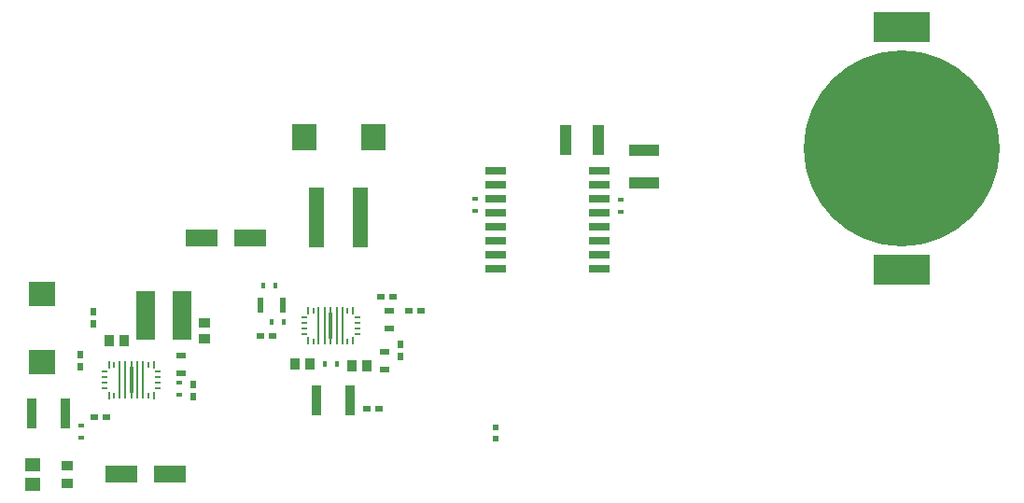
<source format=gtp>
G04 #@! TF.GenerationSoftware,KiCad,Pcbnew,6.0.2+dfsg-1*
G04 #@! TF.CreationDate,2024-03-01T17:34:32+01:00*
G04 #@! TF.ProjectId,controller_pcb,636f6e74-726f-46c6-9c65-725f7063622e,v01*
G04 #@! TF.SameCoordinates,Original*
G04 #@! TF.FileFunction,Paste,Top*
G04 #@! TF.FilePolarity,Positive*
%FSLAX46Y46*%
G04 Gerber Fmt 4.6, Leading zero omitted, Abs format (unit mm)*
G04 Created by KiCad (PCBNEW 6.0.2+dfsg-1) date 2024-03-01 17:34:32*
%MOMM*%
%LPD*%
G01*
G04 APERTURE LIST*
%ADD10R,5.080000X2.790000*%
%ADD11C,17.780000*%
%ADD12R,1.000000X0.950000*%
%ADD13R,3.000000X1.600000*%
%ADD14R,0.600000X0.250000*%
%ADD15R,0.250000X0.650000*%
%ADD16R,0.250000X0.600000*%
%ADD17R,0.250000X3.400000*%
%ADD18R,0.330000X2.350000*%
%ADD19R,0.250000X0.525000*%
%ADD20R,0.990000X0.810000*%
%ADD21R,0.620000X0.420000*%
%ADD22R,0.810000X0.990000*%
%ADD23R,0.750000X0.600000*%
%ADD24R,0.420000X0.620000*%
%ADD25R,0.940000X0.540000*%
%ADD26R,0.920000X2.820000*%
%ADD27R,0.600000X0.750000*%
%ADD28R,2.450000X2.300000*%
%ADD29R,2.300000X2.450000*%
%ADD30R,1.925000X0.650000*%
%ADD31R,2.700000X1.100000*%
%ADD32R,1.100000X2.700000*%
%ADD33R,1.800000X4.500000*%
%ADD34R,0.500000X0.475000*%
%ADD35R,1.450000X1.150000*%
%ADD36R,0.620000X1.470000*%
%ADD37R,1.450000X5.500000*%
G04 APERTURE END LIST*
D10*
X174752000Y-106590600D03*
X174752000Y-84620600D03*
D11*
X174752000Y-95605600D03*
D12*
X99034600Y-124422000D03*
X99034600Y-126022000D03*
D13*
X115611000Y-103759000D03*
X111211000Y-103759000D03*
D14*
X102451200Y-115886800D03*
X102451200Y-116386800D03*
X102451200Y-116886800D03*
X102451200Y-117386800D03*
D15*
X102811200Y-118011800D03*
D16*
X103311200Y-118036800D03*
D17*
X103771200Y-116636800D03*
X104311200Y-116636800D03*
D18*
X104851200Y-116636800D03*
D17*
X105391200Y-116636800D03*
X105931200Y-116636800D03*
D16*
X106391200Y-118036800D03*
D15*
X106891200Y-118011800D03*
D14*
X107251200Y-117386800D03*
X107251200Y-116886800D03*
X107251200Y-116386800D03*
X107251200Y-115886800D03*
D15*
X106891200Y-115261800D03*
D16*
X106391200Y-115236800D03*
X103311200Y-115236800D03*
D15*
X102811200Y-115261800D03*
D19*
X104851200Y-118074800D03*
X104851200Y-115198800D03*
D20*
X111475200Y-112856400D03*
X111475200Y-111476400D03*
D21*
X136042403Y-101320588D03*
X136042403Y-100220588D03*
D22*
X102836200Y-113076200D03*
X104216200Y-113076200D03*
D23*
X130006000Y-110363000D03*
X131106000Y-110363000D03*
X101507200Y-119964200D03*
X102607200Y-119964200D03*
D21*
X149225000Y-101388000D03*
X149225000Y-100288000D03*
D24*
X116810000Y-108085200D03*
X117910000Y-108085200D03*
D23*
X116556000Y-112657200D03*
X117656000Y-112657200D03*
D21*
X109195800Y-117978400D03*
X109195800Y-116878400D03*
D25*
X127850200Y-115684200D03*
X127850200Y-114084200D03*
D26*
X121634000Y-118491000D03*
X124714000Y-118491000D03*
D23*
X126196000Y-119253000D03*
X127296000Y-119253000D03*
D27*
X100203000Y-114283400D03*
X100203000Y-115383400D03*
D21*
X100304600Y-121860400D03*
X100304600Y-120760400D03*
D22*
X119718000Y-115197200D03*
X121098000Y-115197200D03*
D28*
X96772800Y-114982400D03*
X96772800Y-108782400D03*
D25*
X109348200Y-116009800D03*
X109348200Y-114409800D03*
D24*
X117572000Y-111387200D03*
X118672000Y-111387200D03*
D27*
X101372600Y-111543400D03*
X101372600Y-110443400D03*
D29*
X120572600Y-94589600D03*
X126772600Y-94589600D03*
D24*
X122398000Y-115197200D03*
X123498000Y-115197200D03*
D27*
X110491200Y-117072800D03*
X110491200Y-118172800D03*
D30*
X137883603Y-97612200D03*
X137883603Y-98882200D03*
X137883603Y-100152200D03*
X137883603Y-101422200D03*
X137883603Y-102692200D03*
X137883603Y-103962200D03*
X137883603Y-105232200D03*
X137883603Y-106502200D03*
X147307603Y-106502200D03*
X147307603Y-105232200D03*
X147307603Y-103962200D03*
X147307603Y-102692200D03*
X147307603Y-101422200D03*
X147307603Y-100152200D03*
X147307603Y-98882200D03*
X147307603Y-97612200D03*
D31*
X151358600Y-98756600D03*
X151358600Y-95756600D03*
D13*
X103972000Y-125171200D03*
X108372000Y-125171200D03*
D32*
X147219800Y-94843600D03*
X144219800Y-94843600D03*
D22*
X126250000Y-115298800D03*
X124870000Y-115298800D03*
D33*
X106142200Y-110744000D03*
X109442200Y-110744000D03*
D34*
X137922000Y-120900000D03*
X137922000Y-121924000D03*
D23*
X128578000Y-109101200D03*
X127478000Y-109101200D03*
D25*
X128270000Y-110333200D03*
X128270000Y-111933200D03*
D27*
X129298000Y-114477200D03*
X129298000Y-113377200D03*
D35*
X95885000Y-124322000D03*
X95885000Y-126122000D03*
D36*
X116576000Y-109863200D03*
X118576000Y-109863200D03*
D26*
X95819400Y-119655000D03*
X98899400Y-119655000D03*
D37*
X125647200Y-101879400D03*
X121647200Y-101879400D03*
D14*
X125336000Y-112459200D03*
X125336000Y-111959200D03*
X125336000Y-111459200D03*
X125336000Y-110959200D03*
D15*
X124976000Y-110334200D03*
D16*
X124476000Y-110309200D03*
D17*
X124016000Y-111709200D03*
X123476000Y-111709200D03*
D18*
X122936000Y-111709200D03*
D17*
X122396000Y-111709200D03*
X121856000Y-111709200D03*
D16*
X121396000Y-110309200D03*
D15*
X120896000Y-110334200D03*
D14*
X120536000Y-110959200D03*
X120536000Y-111459200D03*
X120536000Y-111959200D03*
X120536000Y-112459200D03*
D15*
X120896000Y-113084200D03*
D16*
X121396000Y-113109200D03*
X124476000Y-113109200D03*
D15*
X124976000Y-113084200D03*
D19*
X122936000Y-110271200D03*
X122936000Y-113147200D03*
M02*

</source>
